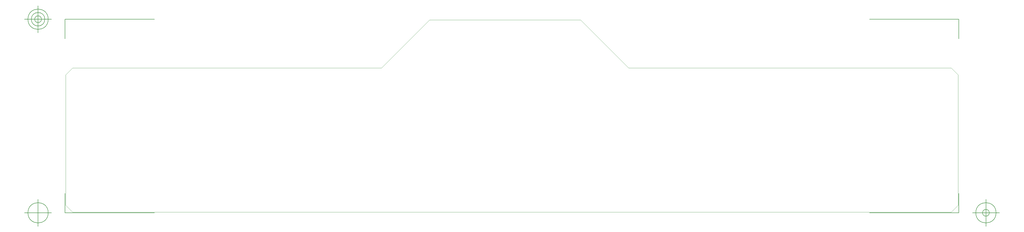
<source format=gbr>
G04 Generated by Ultiboard 14.1 *
%FSLAX34Y34*%
%MOMM*%

%ADD10C,0.0001*%
%ADD11C,0.0100*%
%ADD12C,0.1270*%


G04 ColorRGB 00FFFF for the following layer *
%LNBoard Outline*%
%LPD*%
G54D10*
G54D11*
X0Y508000D02*
X25400Y533400D01*
X1168400Y533400D01*
X0Y508000D02*
X0Y25400D01*
X25400Y0D01*
X3276600Y0D02*
X3302000Y25400D01*
X25400Y0D02*
X3276600Y0D01*
X3302000Y508000D02*
X3276600Y533400D01*
X2082800Y533400D02*
X3276600Y533400D01*
X3302000Y25400D02*
X3302000Y508000D01*
X1346200Y711200D02*
X1905000Y711200D01*
X2082800Y533400D02*
X1905000Y711200D01*
X1168400Y533400D02*
X1346200Y711200D01*
G54D12*
X-2540Y-2540D02*
X-2540Y69088D01*
X-2540Y-2540D02*
X328168Y-2540D01*
X3304540Y-2540D02*
X2973832Y-2540D01*
X3304540Y-2540D02*
X3304540Y69088D01*
X3304540Y713740D02*
X3304540Y642112D01*
X3304540Y713740D02*
X2973832Y713740D01*
X-2540Y713740D02*
X328168Y713740D01*
X-2540Y713740D02*
X-2540Y642112D01*
X-52540Y-2540D02*
X-152540Y-2540D01*
X-102540Y-52540D02*
X-102540Y47460D01*
X-140040Y-2540D02*
G75*
D01*
G02X-140040Y-2540I37500J0*
G01*
X3354540Y-2540D02*
X3454540Y-2540D01*
X3404540Y-52540D02*
X3404540Y47460D01*
X3367040Y-2540D02*
G75*
D01*
G02X3367040Y-2540I37500J0*
G01*
X3392040Y-2540D02*
G75*
D01*
G02X3392040Y-2540I12500J0*
G01*
X-52540Y713740D02*
X-152540Y713740D01*
X-102540Y663740D02*
X-102540Y763740D01*
X-140040Y713740D02*
G75*
D01*
G02X-140040Y713740I37500J0*
G01*
X-127540Y713740D02*
G75*
D01*
G02X-127540Y713740I25000J0*
G01*
X-115040Y713740D02*
G75*
D01*
G02X-115040Y713740I12500J0*
G01*

M02*

</source>
